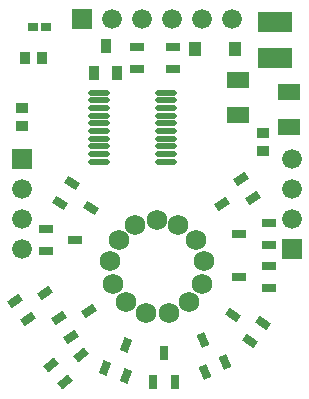
<source format=gts>
G04 Layer: TopSolderMaskLayer*
G04 EasyEDA v6.5.48, 2025-02-28 21:12:29*
G04 f07ec6733612464396c25f3e913e17d3,f6e0bafd38ec4930a7932960837fbf78,10*
G04 Gerber Generator version 0.2*
G04 Scale: 100 percent, Rotated: No, Reflected: No *
G04 Dimensions in millimeters *
G04 leading zeros omitted , absolute positions ,4 integer and 5 decimal *
%FSLAX45Y45*%
%MOMM*%

%AMMACRO1*4,1,8,-1.3711,-0.8683,-1.4008,-0.8385,-1.4008,0.8386,-1.3711,0.8683,1.371,0.8683,1.4008,0.8386,1.4008,-0.8385,1.371,-0.8683,-1.3711,-0.8683,0*%
%AMMACRO2*4,1,8,-0.4211,-0.5008,-0.4508,-0.471,-0.4508,0.4711,-0.4211,0.5008,0.421,0.5008,0.4508,0.4711,0.4508,-0.471,0.421,-0.5008,-0.4211,-0.5008,0*%
%AMMACRO3*4,1,8,-0.4161,-0.3208,-0.4458,-0.291,-0.4458,0.2911,-0.4161,0.3208,0.4161,0.3208,0.4458,0.2911,0.4458,-0.291,0.4161,-0.3208,-0.4161,-0.3208,0*%
%AMMACRO4*4,1,8,-0.4961,-0.6258,-0.5258,-0.596,-0.5258,0.5961,-0.4961,0.6258,0.496,0.6258,0.5258,0.5961,0.5258,-0.596,0.496,-0.6258,-0.4961,-0.6258,0*%
%AMMACRO5*4,1,8,-0.8085,-0.8382,-0.8382,-0.8084,-0.8382,0.8085,-0.8085,0.8382,0.8084,0.8382,0.8382,0.8085,0.8382,-0.8084,0.8084,-0.8382,-0.8085,-0.8382,0*%
%AMMACRO6*4,1,8,-0.4211,-0.5508,-0.4508,-0.521,-0.4508,0.5211,-0.4211,0.5508,0.421,0.5508,0.4508,0.5211,0.4508,-0.521,0.421,-0.5508,-0.4211,-0.5508,0*%
%AMMACRO7*4,1,8,0.2856,-0.5921,-0.6575,-0.0028,-0.6669,0.0382,-0.3267,0.5827,-0.2857,0.5921,0.6574,0.0029,0.6669,-0.0381,0.3266,-0.5827,0.2856,-0.5921,0*%
%AMMACRO8*4,1,8,0.2857,-0.5922,-0.6574,-0.0028,-0.6669,0.0382,-0.3267,0.5827,-0.2857,0.5922,0.6574,0.0028,0.6669,-0.0382,0.3267,-0.5827,0.2857,-0.5922,0*%
%AMMACRO9*4,1,8,0.2856,-0.5922,-0.6575,-0.0029,-0.6669,0.0381,-0.3266,0.5827,-0.2856,0.5922,0.6574,0.0028,0.6669,-0.0382,0.3266,-0.5827,0.2856,-0.5922,0*%
%AMMACRO10*4,1,8,-0.055,-0.6658,-0.0943,-0.6507,-0.5466,0.3652,-0.5316,0.4045,0.055,0.6658,0.0943,0.6507,0.5466,-0.3652,0.5316,-0.4045,-0.055,-0.6658,0*%
%AMMACRO11*4,1,8,-0.055,-0.6657,-0.0943,-0.6507,-0.5466,0.3652,-0.5316,0.4045,0.0549,0.6657,0.0942,0.6507,0.5466,-0.3653,0.5316,-0.4046,-0.055,-0.6657,0*%
%AMMACRO12*4,1,8,-0.0551,-0.6657,-0.0943,-0.6506,-0.5466,0.3653,-0.5315,0.4046,0.0551,0.6657,0.0943,0.6506,0.5466,-0.3653,0.5315,-0.4046,-0.0551,-0.6657,0*%
%AMMACRO13*4,1,8,-0.2436,-0.6106,-0.2852,-0.6041,-0.6626,-0.0846,-0.656,-0.043,0.2436,0.6106,0.2852,0.6041,0.6626,0.0846,0.656,0.043,-0.2436,-0.6106,0*%
%AMMACRO14*4,1,8,-0.2436,-0.6106,-0.2852,-0.6041,-0.6626,-0.0846,-0.6561,-0.043,0.2436,0.6106,0.2852,0.6041,0.6626,0.0846,0.6561,0.043,-0.2436,-0.6106,0*%
%AMMACRO15*4,1,8,-0.3211,-0.5858,-0.3508,-0.5561,-0.3508,0.5561,-0.3211,0.5858,0.321,0.5857,0.3508,0.556,0.3507,-0.5561,0.321,-0.5858,-0.3211,-0.5858,0*%
%AMMACRO16*4,1,8,-0.3211,-0.5859,-0.3508,-0.5561,-0.3508,0.5561,-0.321,0.5859,0.3211,0.5858,0.3508,0.5561,0.3508,-0.556,0.321,-0.5858,-0.3211,-0.5859,0*%
%AMMACRO17*4,1,8,-0.321,-0.5858,-0.3508,-0.556,-0.3508,0.556,-0.321,0.5858,0.321,0.5858,0.3508,0.556,0.3508,-0.556,0.321,-0.5858,-0.321,-0.5858,0*%
%AMMACRO18*4,1,8,0.0898,-0.6619,-0.5097,-0.4318,-0.5267,-0.3934,-0.1282,0.6448,-0.0898,0.6619,0.5097,0.4319,0.5267,0.3934,0.1283,-0.6448,0.0898,-0.6619,0*%
%AMMACRO19*4,1,8,0.0898,-0.6619,-0.5097,-0.4318,-0.5268,-0.3934,-0.1282,0.6448,-0.0898,0.6619,0.5097,0.4319,0.5268,0.3934,0.1283,-0.6448,0.0898,-0.6619,0*%
%AMMACRO20*4,1,8,0.0898,-0.6619,-0.5097,-0.4318,-0.5267,-0.3934,-0.1283,0.6448,-0.0898,0.6619,0.5097,0.4318,0.5267,0.3934,0.1282,-0.6448,0.0898,-0.6619,0*%
%AMMACRO21*4,1,8,-0.2113,-0.6225,-0.2532,-0.6181,-0.6573,-0.1192,-0.6529,-0.0773,0.2114,0.6225,0.2532,0.6181,0.6573,0.1192,0.6529,0.0773,-0.2113,-0.6225,0*%
%AMMACRO22*4,1,8,-0.2113,-0.6225,-0.2532,-0.6181,-0.6573,-0.1192,-0.6529,-0.0773,0.2113,0.6225,0.2532,0.6181,0.6573,0.1192,0.6529,0.0773,-0.2113,-0.6225,0*%
%AMMACRO23*4,1,8,-0.2114,-0.6226,-0.2533,-0.6182,-0.6573,-0.1192,-0.6529,-0.0773,0.2113,0.6226,0.2532,0.6182,0.6573,0.1192,0.6529,0.0773,-0.2114,-0.6226,0*%
%AMMACRO24*4,1,8,-0.5561,-0.3509,-0.5858,-0.3211,-0.5858,0.321,-0.5561,0.3508,0.556,0.3509,0.5858,0.3211,0.5858,-0.321,0.556,-0.3508,-0.5561,-0.3509,0*%
%AMMACRO25*4,1,8,-0.5561,-0.3508,-0.5858,-0.321,-0.5858,0.3211,-0.5561,0.3508,0.556,0.3508,0.5858,0.3211,0.5858,-0.321,0.556,-0.3508,-0.5561,-0.3508,0*%
%AMMACRO26*4,1,8,0.556,-0.3508,-0.556,-0.3507,-0.5857,-0.321,-0.5858,0.3211,-0.556,0.3508,0.556,0.3508,0.5858,0.3211,0.5858,-0.321,0.556,-0.3508,0*%
%AMMACRO27*4,1,8,-0.5561,-0.3508,-0.5858,-0.3211,-0.5858,0.3211,-0.5561,0.3508,0.556,0.3508,0.5858,0.321,0.5858,-0.3211,0.556,-0.3508,-0.5561,-0.3508,0*%
%AMMACRO28*4,1,8,-0.5561,-0.3508,-0.5858,-0.321,-0.5858,0.3211,-0.556,0.3508,0.5561,0.3508,0.5858,0.3211,0.5858,-0.321,0.5561,-0.3508,-0.5561,-0.3508,0*%
%AMMACRO29*4,1,8,-0.5561,-0.3508,-0.5858,-0.3211,-0.5858,0.321,-0.5561,0.3508,0.556,0.3508,0.5858,0.3211,0.5858,-0.321,0.556,-0.3508,-0.5561,-0.3508,0*%
%AMMACRO30*4,1,8,-0.5561,-0.3508,-0.5858,-0.321,-0.5858,0.321,-0.5561,0.3508,0.556,0.3508,0.5858,0.321,0.5858,-0.321,0.556,-0.3508,-0.5561,-0.3508,0*%
%AMMACRO31*4,1,8,0.556,-0.3508,-0.556,-0.3508,-0.5858,-0.321,-0.5858,0.3211,-0.556,0.3508,0.556,0.3508,0.5858,0.321,0.5858,-0.3211,0.556,-0.3508,0*%
%AMMACRO32*4,1,8,0.2437,-0.6106,-0.6561,0.043,-0.6626,0.0846,-0.2852,0.6041,-0.2436,0.6106,0.6561,-0.043,0.6626,-0.0846,0.2852,-0.6041,0.2437,-0.6106,0*%
%AMMACRO33*4,1,8,0.2436,-0.6106,-0.6561,0.043,-0.6626,0.0846,-0.2852,0.6041,-0.2436,0.6106,0.6561,-0.043,0.6626,-0.0846,0.2852,-0.6041,0.2436,-0.6106,0*%
%AMMACRO34*4,1,8,0.2436,-0.6106,-0.6561,0.043,-0.6626,0.0846,-0.2852,0.6041,-0.2437,0.6106,0.6561,-0.0431,0.6626,-0.0847,0.2852,-0.6041,0.2436,-0.6106,0*%
%AMMACRO35*4,1,8,-0.2753,-0.5971,-0.3164,-0.5883,-0.6661,-0.0498,-0.6574,-0.0086,0.2753,0.5971,0.3164,0.5883,0.6661,0.0498,0.6574,0.0087,-0.2753,-0.5971,0*%
%AMMACRO36*4,1,8,-0.2753,-0.597,-0.3164,-0.5883,-0.6662,-0.0498,-0.6574,-0.0087,0.2752,0.597,0.3164,0.5883,0.6662,0.0498,0.6574,0.0086,-0.2753,-0.597,0*%
%AMMACRO37*4,1,8,-0.2753,-0.5971,-0.3164,-0.5883,-0.6662,-0.0498,-0.6574,-0.0087,0.2753,0.5971,0.3165,0.5883,0.6662,0.0498,0.6574,0.0086,-0.2753,-0.5971,0*%
%AMMACRO38*4,1,8,-0.2753,-0.5971,-0.3164,-0.5883,-0.6661,-0.0498,-0.6574,-0.0087,0.2753,0.5971,0.3165,0.5883,0.6661,0.0499,0.6574,0.0087,-0.2753,-0.5971,0*%
%AMMACRO39*4,1,8,-0.2753,-0.597,-0.3165,-0.5883,-0.6662,-0.0498,-0.6574,-0.0086,0.2753,0.597,0.3165,0.5883,0.6662,0.0498,0.6574,0.0087,-0.2753,-0.597,0*%
%AMMACRO40*4,1,8,-0.4531,-0.454,-0.4828,-0.4243,-0.4828,0.4243,-0.4531,0.454,0.453,0.454,0.4828,0.4243,0.4828,-0.4243,0.453,-0.454,-0.4531,-0.454,0*%
%AMMACRO41*4,1,8,-0.5211,-0.3758,-0.5508,-0.346,-0.5508,0.346,-0.5211,0.3758,0.521,0.3758,0.5508,0.346,0.5508,-0.346,0.521,-0.3758,-0.5211,-0.3758,0*%
%AMMACRO42*4,1,8,-0.8716,-0.6546,-0.9013,-0.6248,-0.9013,0.6248,-0.8716,0.6546,0.8715,0.6546,0.9013,0.6248,0.9013,-0.6248,0.8715,-0.6546,-0.8716,-0.6546,0*%
%ADD10MACRO1*%
%ADD11MACRO2*%
%ADD12MACRO3*%
%ADD13MACRO4*%
%ADD14MACRO5*%
%ADD15C,1.6764*%
%ADD16MACRO6*%
%ADD17MACRO7*%
%ADD18MACRO8*%
%ADD19MACRO9*%
%ADD20MACRO10*%
%ADD21MACRO11*%
%ADD22MACRO12*%
%ADD23MACRO13*%
%ADD24MACRO14*%
%ADD25MACRO15*%
%ADD26MACRO16*%
%ADD27MACRO17*%
%ADD28MACRO18*%
%ADD29MACRO19*%
%ADD30MACRO20*%
%ADD31MACRO21*%
%ADD32MACRO22*%
%ADD33MACRO23*%
%ADD34MACRO24*%
%ADD35MACRO25*%
%ADD36MACRO26*%
%ADD37MACRO27*%
%ADD38MACRO28*%
%ADD39MACRO29*%
%ADD40MACRO30*%
%ADD41MACRO31*%
%ADD42MACRO32*%
%ADD43MACRO33*%
%ADD44MACRO34*%
%ADD45MACRO35*%
%ADD46MACRO36*%
%ADD47MACRO37*%
%ADD48MACRO38*%
%ADD49MACRO39*%
%ADD50MACRO40*%
%ADD51MACRO41*%
%ADD52C,1.7272*%
%ADD53MACRO42*%
%ADD54O,1.8436082X0.4656074*%

%LPD*%
D10*
G01*
X2273300Y-481949D03*
G01*
X2273300Y-178450D03*
D11*
G01*
X158600Y-482600D03*
G01*
X298599Y-482600D03*
D12*
G01*
X224894Y-215900D03*
G01*
X333905Y-215900D03*
D13*
G01*
X1596059Y-406400D03*
G01*
X1934540Y-406400D03*
D14*
G01*
X127000Y-1333500D03*
D15*
G01*
X127000Y-1587500D03*
G01*
X127000Y-1841500D03*
G01*
X127000Y-2095500D03*
D14*
G01*
X2412994Y-2095500D03*
D15*
G01*
X2413000Y-1841500D03*
G01*
X2413000Y-1587500D03*
G01*
X2413000Y-1333500D03*
D16*
G01*
X933201Y-610301D03*
G01*
X838205Y-380298D03*
G01*
X743198Y-610298D03*
D17*
G01*
X555209Y-1543094D03*
D18*
G01*
X454524Y-1704218D03*
D19*
G01*
X714333Y-1754540D03*
D20*
G01*
X1677948Y-3135958D03*
D21*
G01*
X1851513Y-3058681D03*
D22*
G01*
X1664265Y-2871677D03*
D23*
G01*
X72848Y-2535736D03*
D24*
G01*
X184522Y-2689443D03*
G01*
X328512Y-2467408D03*
D25*
G01*
X1238506Y-3222297D03*
D26*
G01*
X1428493Y-3222297D03*
D27*
G01*
X1333498Y-2975298D03*
D28*
G01*
X832251Y-3103854D03*
D29*
G01*
X1009625Y-3171939D03*
D30*
G01*
X1009456Y-2907300D03*
D31*
G01*
X377638Y-3077293D03*
D32*
G01*
X497203Y-3224945D03*
D33*
G01*
X629377Y-2995678D03*
D34*
G01*
X2218999Y-2063496D03*
D35*
G01*
X2218998Y-1873505D03*
D36*
G01*
X1971996Y-1968500D03*
D37*
G01*
X2218999Y-2431793D03*
D38*
G01*
X2218997Y-2241803D03*
D35*
G01*
X1972000Y-2336800D03*
D39*
G01*
X333701Y-1924303D03*
D40*
G01*
X333701Y-2114294D03*
D41*
G01*
X580701Y-2019297D03*
D42*
G01*
X2063374Y-2879942D03*
D43*
G01*
X2175048Y-2726237D03*
D44*
G01*
X1919386Y-2657904D03*
D45*
G01*
X441580Y-2679992D03*
D46*
G01*
X545062Y-2839331D03*
D47*
G01*
X700472Y-2625135D03*
D48*
G01*
X2085712Y-1663407D03*
D49*
G01*
X1982236Y-1504067D03*
G01*
X1826822Y-1718264D03*
D50*
G01*
X2171700Y-1118475D03*
G01*
X2171700Y-1269124D03*
G01*
X127000Y-1053224D03*
G01*
X127000Y-902575D03*
D51*
G01*
X1107300Y-573600D03*
G01*
X1107300Y-391599D03*
G01*
X1407299Y-391599D03*
G01*
X1407299Y-573600D03*
D52*
G01*
X1541475Y-2549601D03*
G01*
X1650364Y-2392045D03*
G01*
X1673529Y-2201951D03*
G01*
X879398Y-2201265D03*
G01*
X1180337Y-2638297D03*
G01*
X902258Y-2391384D03*
G01*
X1010843Y-2549118D03*
G01*
X947572Y-2022297D03*
G01*
X1605686Y-2022881D03*
G01*
X1371828Y-2638450D03*
G01*
X1276426Y-1850009D03*
G01*
X1454226Y-1894408D03*
G01*
X1091107Y-1895525D03*
D53*
G01*
X1955799Y-960676D03*
G01*
X1955799Y-664923D03*
G01*
X2387600Y-766523D03*
G01*
X2387600Y-1062276D03*
D15*
G01*
X1911400Y-150012D03*
G01*
X1657400Y-150012D03*
G01*
X1403400Y-150012D03*
G01*
X1149400Y-150012D03*
G01*
X895400Y-150012D03*
D14*
G01*
X641398Y-149999D03*
D54*
G01*
X779703Y-774293D03*
G01*
X779703Y-839292D03*
G01*
X779703Y-904290D03*
G01*
X779703Y-969289D03*
G01*
X779703Y-1034313D03*
G01*
X779703Y-1099312D03*
G01*
X779703Y-1164310D03*
G01*
X779703Y-1229309D03*
G01*
X779703Y-1294307D03*
G01*
X779703Y-1359306D03*
G01*
X1353896Y-774293D03*
G01*
X1353896Y-839292D03*
G01*
X1353896Y-904290D03*
G01*
X1353896Y-969289D03*
G01*
X1353896Y-1034313D03*
G01*
X1353896Y-1099312D03*
G01*
X1353896Y-1164310D03*
G01*
X1353896Y-1229309D03*
G01*
X1353896Y-1294307D03*
G01*
X1353896Y-1359306D03*
M02*

</source>
